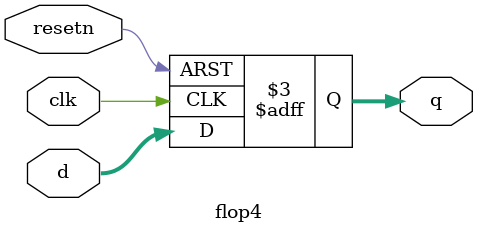
<source format=sv>
module top_module (
	input clk,
	input resetn,
	input in,
	output out
);
    reg [3:0] d;
    wire [3:0] q;
    
    // Flop 4
    flop4 flop_inst (
        .clk(clk),
        .resetn(resetn),
        .d(d),
        .q(q)
    );
    
    // Assign input to flop 1
    assign d[0] = in;
    
    // Assign flop outputs to flop inputs
    assign d[1] = q[0];
    assign d[2] = q[1];
    assign d[3] = q[2];
    
    // Assign output to flop 4 output
    assign out = q[3];
    
endmodule
module flop4 (
    input clk,
    input resetn,
    input [3:0] d,
    output reg [3:0] q
);
    
    always @(posedge clk or negedge resetn) begin
        if (!resetn) begin
            q <= 4'b0;
        end else begin
            q <= d;
        end
    end
    
endmodule

</source>
